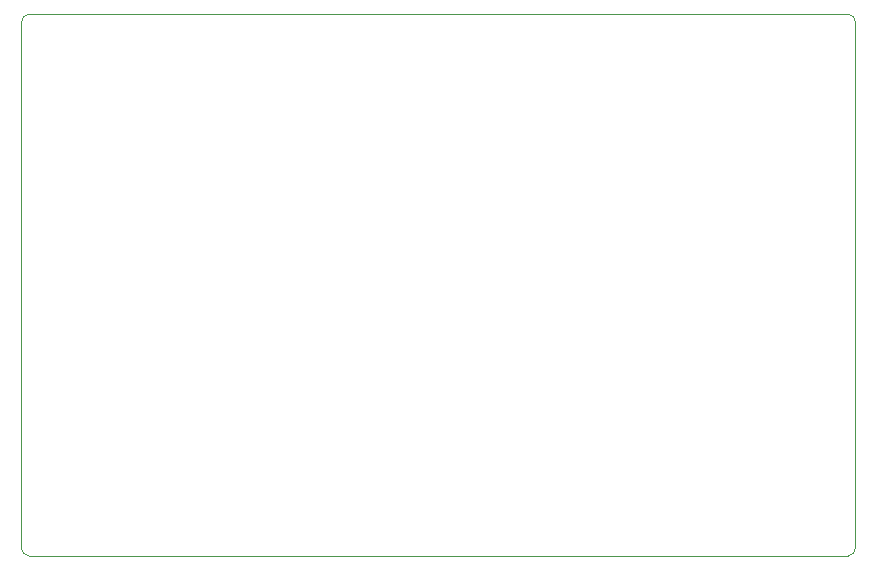
<source format=gbr>
%TF.GenerationSoftware,KiCad,Pcbnew,(6.0.2)*%
%TF.CreationDate,2022-04-08T09:52:01+08:00*%
%TF.ProjectId,NoiseAMP_BAT,4e6f6973-6541-44d5-905f-4241542e6b69,rev?*%
%TF.SameCoordinates,Original*%
%TF.FileFunction,Profile,NP*%
%FSLAX46Y46*%
G04 Gerber Fmt 4.6, Leading zero omitted, Abs format (unit mm)*
G04 Created by KiCad (PCBNEW (6.0.2)) date 2022-04-08 09:52:01*
%MOMM*%
%LPD*%
G01*
G04 APERTURE LIST*
%TA.AperFunction,Profile*%
%ADD10C,0.100000*%
%TD*%
G04 APERTURE END LIST*
D10*
X93218000Y-91313000D02*
X93218000Y-46736000D01*
X93218000Y-91313000D02*
G75*
G03*
X93853000Y-91948000I635000J0D01*
G01*
X93853000Y-46101000D02*
G75*
G03*
X93218000Y-46736000I0J-635000D01*
G01*
X163830000Y-91313000D02*
X163830000Y-46736000D01*
X163195000Y-91948000D02*
G75*
G03*
X163830000Y-91313000I0J635000D01*
G01*
X163830000Y-46736000D02*
G75*
G03*
X163195000Y-46101000I-635000J0D01*
G01*
X163195000Y-91948000D02*
X93853000Y-91948000D01*
X163195000Y-46101000D02*
X93853000Y-46101000D01*
M02*

</source>
